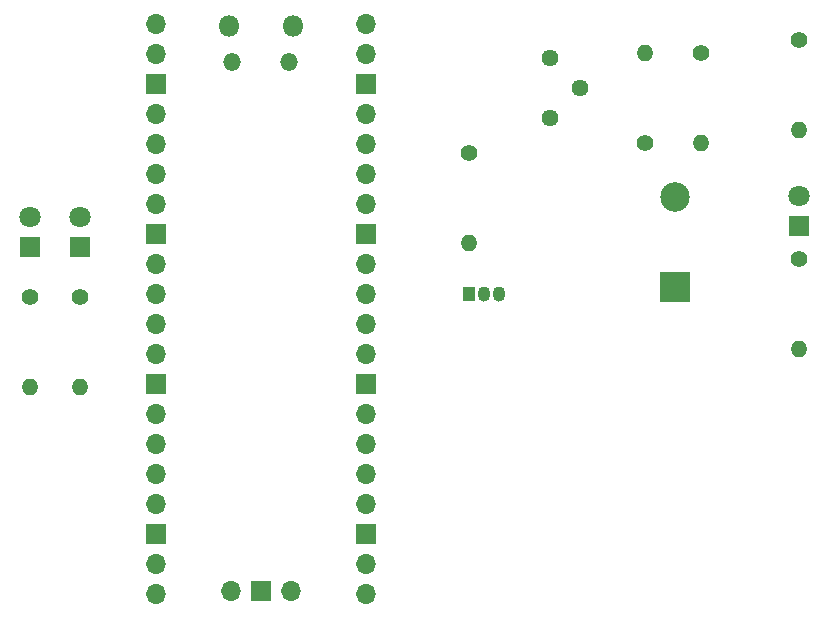
<source format=gbr>
%TF.GenerationSoftware,KiCad,Pcbnew,(6.0.7)*%
%TF.CreationDate,2023-06-25T15:11:42-07:00*%
%TF.ProjectId,WaterSensor,57617465-7253-4656-9e73-6f722e6b6963,rev?*%
%TF.SameCoordinates,Original*%
%TF.FileFunction,Soldermask,Bot*%
%TF.FilePolarity,Negative*%
%FSLAX46Y46*%
G04 Gerber Fmt 4.6, Leading zero omitted, Abs format (unit mm)*
G04 Created by KiCad (PCBNEW (6.0.7)) date 2023-06-25 15:11:42*
%MOMM*%
%LPD*%
G01*
G04 APERTURE LIST*
%ADD10R,1.800000X1.800000*%
%ADD11C,1.800000*%
%ADD12C,1.400000*%
%ADD13O,1.400000X1.400000*%
%ADD14R,2.500000X2.500000*%
%ADD15C,2.500000*%
%ADD16R,1.050000X1.300000*%
%ADD17O,1.050000X1.300000*%
%ADD18C,1.440000*%
%ADD19O,1.800000X1.800000*%
%ADD20O,1.500000X1.500000*%
%ADD21O,1.700000X1.700000*%
%ADD22R,1.700000X1.700000*%
G04 APERTURE END LIST*
D10*
%TO.C,Power*%
X196200000Y-83910000D03*
D11*
X196200000Y-81370000D03*
%TD*%
D12*
%TO.C,R7*%
X192000000Y-88190000D03*
D13*
X192000000Y-95810000D03*
%TD*%
D12*
%TO.C,R6*%
X196200000Y-88190000D03*
D13*
X196200000Y-95810000D03*
%TD*%
D10*
%TO.C,Power2*%
X192000000Y-83910000D03*
D11*
X192000000Y-81370000D03*
%TD*%
D14*
%TO.C,111*%
X246600000Y-87300000D03*
D15*
X246600000Y-79700000D03*
%TD*%
D12*
%TO.C,R5*%
X244000000Y-75110000D03*
D13*
X244000000Y-67490000D03*
%TD*%
D12*
%TO.C,R4*%
X248800000Y-67490000D03*
D13*
X248800000Y-75110000D03*
%TD*%
D16*
%TO.C,Q1*%
X229150000Y-87900000D03*
D17*
X230420000Y-87900000D03*
X231690000Y-87900000D03*
%TD*%
D18*
%TO.C,RV1*%
X236000000Y-73000000D03*
X238540000Y-70460000D03*
X236000000Y-67920000D03*
%TD*%
D12*
%TO.C,R2*%
X257099999Y-84989998D03*
D13*
X257099999Y-92609998D03*
%TD*%
D10*
%TO.C,Alert*%
X257099999Y-82174999D03*
D11*
X257099999Y-79634999D03*
%TD*%
D12*
%TO.C,R3*%
X257100000Y-66389999D03*
D13*
X257100000Y-74009999D03*
%TD*%
D19*
%TO.C,U1*%
X214225000Y-65200000D03*
X208775000Y-65200000D03*
D20*
X209075000Y-68230000D03*
X213925000Y-68230000D03*
D21*
X202610000Y-65070000D03*
X202610000Y-67610000D03*
D22*
X202610000Y-70150000D03*
D21*
X202610000Y-72690000D03*
X202610000Y-75230000D03*
X202610000Y-77770000D03*
X202610000Y-80310000D03*
D22*
X202610000Y-82850000D03*
D21*
X202610000Y-85390000D03*
X202610000Y-87930000D03*
X202610000Y-90470000D03*
X202610000Y-93010000D03*
D22*
X202610000Y-95550000D03*
D21*
X202610000Y-98090000D03*
X202610000Y-100630000D03*
X202610000Y-103170000D03*
X202610000Y-105710000D03*
D22*
X202610000Y-108250000D03*
D21*
X202610000Y-110790000D03*
X202610000Y-113330000D03*
X220390000Y-113330000D03*
X220390000Y-110790000D03*
D22*
X220390000Y-108250000D03*
D21*
X220390000Y-105710000D03*
X220390000Y-103170000D03*
X220390000Y-100630000D03*
X220390000Y-98090000D03*
D22*
X220390000Y-95550000D03*
D21*
X220390000Y-93010000D03*
X220390000Y-90470000D03*
X220390000Y-87930000D03*
X220390000Y-85390000D03*
D22*
X220390000Y-82850000D03*
D21*
X220390000Y-80310000D03*
X220390000Y-77770000D03*
X220390000Y-75230000D03*
X220390000Y-72690000D03*
D22*
X220390000Y-70150000D03*
D21*
X220390000Y-67610000D03*
X220390000Y-65070000D03*
X208960000Y-113100000D03*
D22*
X211500000Y-113100000D03*
D21*
X214040000Y-113100000D03*
%TD*%
D12*
%TO.C,R1*%
X229100000Y-75990000D03*
D13*
X229100000Y-83610000D03*
%TD*%
M02*

</source>
